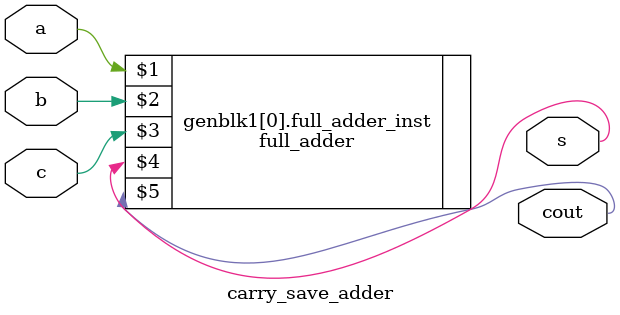
<source format=v>
`include "full-adder.v"

module carry_save_adder (a, b, c, s, cout);

    // Parameters
    parameter WIDTH = 1;

    // Port connections
    input [WIDTH-1:0] a, b, c;
    output [WIDTH-1:0] s, cout;

genvar gi;
generate
    for (gi = 0; gi < WIDTH; gi = gi + 1)
    begin
        full_adder full_adder_inst
        (
            a[gi], b[gi], c[gi], s[gi], cout[gi]
        );
    end
endgenerate

endmodule


</source>
